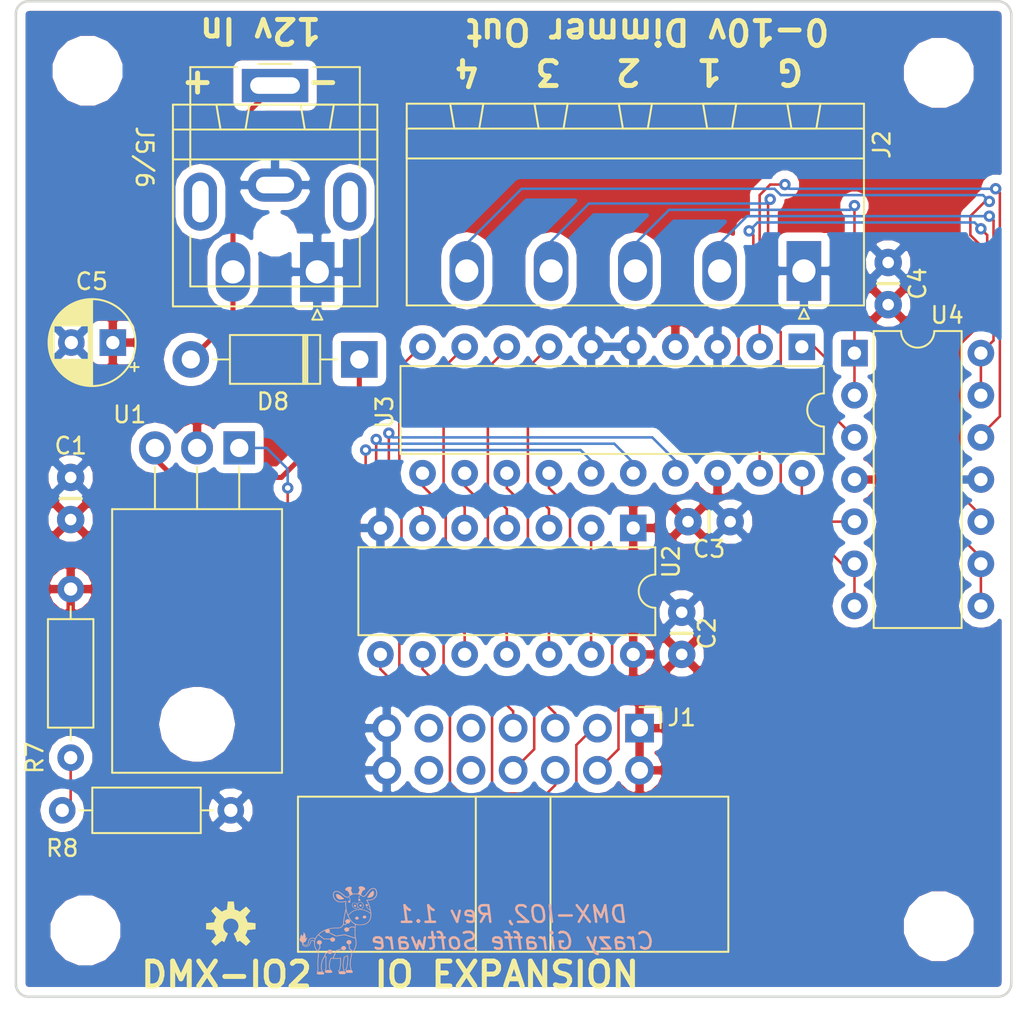
<source format=kicad_pcb>
(kicad_pcb (version 20171130) (host pcbnew "(5.0.0)")
  (title_block (title "DMX Demonstrator - Analog IO Module (DMX-IO2)") (date 2023-02-19) (rev 1.1) (company "Crazy Giraffe Software") (comment 2 "Designed by: SparkyBobo") (comment 3 https://creativecommons.org/licenses/by-sa/4.0/) (comment 4 "Released under the Creative Commons Attribution Share-Alike 4.0m License"))
  (layers (0 F.Cu signal) (31 B.Cu signal) (34 B.Paste user) (35 F.Paste user) (36 B.SilkS user) (37 F.SilkS user) (38 B.Mask user) (39 F.Mask user) (44 Edge.Cuts user))
  (net 0 "")
  (net 1 GND)
  (net 2 "Net-(R7-Pad1)")
  (net 3 +5V)
  (net 4 +10V)
  (net 5 /A1)
  (net 6 /A0)
  (net 7 /~WR)
  (net 8 "Net-(D8-Pad1)")
  (net 9 "Net-(D8-Pad2)")
  (net 10 /AO1)
  (net 11 /AO0)
  (net 12 /AO3)
  (net 13 /AO2)
  (net 14 "Net-(J2-Pad2)")
  (net 15 "Net-(J2-Pad3)")
  (net 16 "Net-(J2-Pad4)")
  (net 17 "Net-(J2-Pad5)")
  (net 18 "Net-(J1-Pad9)")
  (net 19 "Net-(J1-Pad10)")
  (net 20 "Net-(J1-Pad11)")
  (net 21 "Net-(J1-Pad12)")
  (net 22 /D3)
  (net 23 /D2)
  (net 24 /D1)
  (net 25 /D0)
  (net 26 /D7)
  (net 27 /D6)
  (net 28 /D5)
  (net 29 /D4)
  (net 30 /SR-CLK)
  (net 31 /SR-OUT)
  (net 32 /~SR_CLR)
  (module MountingHole:MountingHole_3.2mm_M3 (layer F.Cu) (at 170.053 64.897)
    (fp_text reference MH2 hide)
    (fp_text value MountingHole)
    (pad 1 np_thru_hole circle (at 0 0) (size 3.2 3.2) (drill 3.2) (layers *.Cu *.Mask))
  )
  (module MountingHole:MountingHole_3.2mm_M3 (layer F.Cu) (at 118.618 116.586)
    (fp_text reference MH3 hide)
    (fp_text value MountingHole)
    (pad 1 np_thru_hole circle (at 0 0) (size 3.2 3.2) (drill 3.2) (layers *.Cu *.Mask))
  )
  (module MountingHole:MountingHole_3.2mm_M3 (layer F.Cu) (at 170.053 116.332)
    (fp_text reference MH4 hide)
    (fp_text value MountingHole)
    (pad 1 np_thru_hole circle (at 0 0) (size 3.2 3.2) (drill 3.2) (layers *.Cu *.Mask))
  )
  (module MountingHole:MountingHole_3.2mm_M3 (layer F.Cu) (at 118.745 64.77)
    (fp_text reference MH1 hide)
    (fp_text value MountingHole)
    (pad 1 np_thru_hole circle (at 0 0) (size 3.2 3.2) (drill 3.2) (layers *.Cu *.Mask))
  )
  (module Connector_IDC:IDC-Header_2x07_P2.54mm_Horizontal (layer F.Cu) (at 152.019 104.394 270)
    (fp_text reference J1 (at -0.635 -2.54) (layer F.SilkS))
    (fp_text value "IO EXTENSION")
    (pad 1 thru_hole rect (at 0 0 270) (size 1.7272 1.7272) (drill 1.016) (layers *.Cu *.Mask) (net 3 +5V))
    (pad 2 thru_hole oval (at 2.54 0 270) (size 1.7272 1.7272) (drill 1.016) (layers *.Cu *.Mask) (net 3 +5V))
    (pad 3 thru_hole oval (at 0 2.54 270) (size 1.7272 1.7272) (drill 1.016) (layers *.Cu *.Mask) (net 7 /~WR))
    (pad 4 thru_hole oval (at 2.54 2.54 270) (size 1.7272 1.7272) (drill 1.016) (layers *.Cu *.Mask) (net 31 /SR-OUT))
    (pad 5 thru_hole oval (at 0 5.08 270) (size 1.7272 1.7272) (drill 1.016) (layers *.Cu *.Mask) (net 6 /A0))
    (pad 6 thru_hole oval (at 2.54 5.08 270) (size 1.7272 1.7272) (drill 1.016) (layers *.Cu *.Mask) (net 30 /SR-CLK))
    (pad 7 thru_hole oval (at 0 7.62 270) (size 1.7272 1.7272) (drill 1.016) (layers *.Cu *.Mask) (net 5 /A1))
    (pad 8 thru_hole oval (at 2.54 7.62 270) (size 1.7272 1.7272) (drill 1.016) (layers *.Cu *.Mask) (net 32 /~SR_CLR))
    (pad 9 thru_hole oval (at 0 10.16 270) (size 1.7272 1.7272) (drill 1.016) (layers *.Cu *.Mask) (net 18 "Net-(J1-Pad9)"))
    (pad 10 thru_hole oval (at 2.54 10.16 270) (size 1.7272 1.7272) (drill 1.016) (layers *.Cu *.Mask) (net 19 "Net-(J1-Pad10)"))
    (pad 11 thru_hole oval (at 0 12.7 270) (size 1.7272 1.7272) (drill 1.016) (layers *.Cu *.Mask) (net 20 "Net-(J1-Pad11)"))
    (pad 12 thru_hole oval (at 2.54 12.7 270) (size 1.7272 1.7272) (drill 1.016) (layers *.Cu *.Mask) (net 21 "Net-(J1-Pad12)"))
    (pad 13 thru_hole oval (at 0 15.24 270) (size 1.7272 1.7272) (drill 1.016) (layers *.Cu *.Mask) (net 1 GND))
    (pad 14 thru_hole oval (at 2.54 15.24 270) (size 1.7272 1.7272) (drill 1.016) (layers *.Cu *.Mask) (net 1 GND))
  )
  (module Connector_Phoenix_MSTB:PhoenixContact_MSTBA_2,5_5-G-5,08_1x05_P5.08mm_Horizontal (layer F.Cu) (at 161.925 76.835 180)
    (fp_text reference J2 (at -4.699 7.62 -90) (layer F.SilkS))
    (fp_text value DIMMER_B)
    (pad 1 thru_hole rect (at 0 0 180) (size 2.08 3.6) (drill 1.4) (layers *.Cu *.Mask) (net 1 GND))
    (pad 2 thru_hole oval (at 5.08 0 180) (size 2.08 3.6) (drill 1.4) (layers *.Cu *.Mask) (net 14 "Net-(J2-Pad2)"))
    (pad 3 thru_hole oval (at 10.16 0 180) (size 2.08 3.6) (drill 1.4) (layers *.Cu *.Mask) (net 15 "Net-(J2-Pad3)"))
    (pad 4 thru_hole oval (at 15.24 0 180) (size 2.08 3.6) (drill 1.4) (layers *.Cu *.Mask) (net 16 "Net-(J2-Pad4)"))
    (pad 5 thru_hole oval (at 20.32 0 180) (size 2.08 3.6) (drill 1.4) (layers *.Cu *.Mask) (net 17 "Net-(J2-Pad5)"))
  )
  (module Package_DIP:DIP-20_W7.62mm (layer F.Cu) (at 161.798 81.407 270)
    (fp_text reference U3 (at 3.937 25.146 270) (layer F.SilkS))
    (fp_text value TLC7226A)
    (pad 1 thru_hole rect (at 0 0 270) (size 1.6 1.6) (drill 0.8) (layers *.Cu *.Mask) (net 10 /AO1))
    (pad 11 thru_hole oval (at 7.62 22.86 270) (size 1.6 1.6) (drill 0.8) (layers *.Cu *.Mask) (net 22 /D3))
    (pad 2 thru_hole oval (at 0 2.54 270) (size 1.6 1.6) (drill 0.8) (layers *.Cu *.Mask) (net 11 /AO0))
    (pad 12 thru_hole oval (at 7.62 20.32 270) (size 1.6 1.6) (drill 0.8) (layers *.Cu *.Mask) (net 23 /D2))
    (pad 3 thru_hole oval (at 0 5.08 270) (size 1.6 1.6) (drill 0.8) (layers *.Cu *.Mask) (net 1 GND))
    (pad 13 thru_hole oval (at 7.62 17.78 270) (size 1.6 1.6) (drill 0.8) (layers *.Cu *.Mask) (net 24 /D1))
    (pad 4 thru_hole oval (at 0 7.62 270) (size 1.6 1.6) (drill 0.8) (layers *.Cu *.Mask) (net 4 +10V))
    (pad 14 thru_hole oval (at 7.62 15.24 270) (size 1.6 1.6) (drill 0.8) (layers *.Cu *.Mask) (net 25 /D0))
    (pad 5 thru_hole oval (at 0 10.16 270) (size 1.6 1.6) (drill 0.8) (layers *.Cu *.Mask) (net 1 GND))
    (pad 15 thru_hole oval (at 7.62 12.7 270) (size 1.6 1.6) (drill 0.8) (layers *.Cu *.Mask) (net 7 /~WR))
    (pad 6 thru_hole oval (at 0 12.7 270) (size 1.6 1.6) (drill 0.8) (layers *.Cu *.Mask) (net 1 GND))
    (pad 16 thru_hole oval (at 7.62 10.16 270) (size 1.6 1.6) (drill 0.8) (layers *.Cu *.Mask) (net 5 /A1))
    (pad 7 thru_hole oval (at 0 15.24 270) (size 1.6 1.6) (drill 0.8) (layers *.Cu *.Mask) (net 26 /D7))
    (pad 17 thru_hole oval (at 7.62 7.62 270) (size 1.6 1.6) (drill 0.8) (layers *.Cu *.Mask) (net 6 /A0))
    (pad 8 thru_hole oval (at 0 17.78 270) (size 1.6 1.6) (drill 0.8) (layers *.Cu *.Mask) (net 27 /D6))
    (pad 18 thru_hole oval (at 7.62 5.08 270) (size 1.6 1.6) (drill 0.8) (layers *.Cu *.Mask) (net 3 +5V))
    (pad 9 thru_hole oval (at 0 20.32 270) (size 1.6 1.6) (drill 0.8) (layers *.Cu *.Mask) (net 28 /D5))
    (pad 19 thru_hole oval (at 7.62 2.54 270) (size 1.6 1.6) (drill 0.8) (layers *.Cu *.Mask) (net 12 /AO3))
    (pad 10 thru_hole oval (at 0 22.86 270) (size 1.6 1.6) (drill 0.8) (layers *.Cu *.Mask) (net 29 /D4))
    (pad 20 thru_hole oval (at 7.62 0 270) (size 1.6 1.6) (drill 0.8) (layers *.Cu *.Mask) (net 13 /AO2))
  )
  (module Capacitors:CAP-PTH-2.54 (layer F.Cu) (at 167.005 77.597 90)
    (fp_text reference C4 (at 0 1.778 90) (layer F.SilkS))
    (fp_text value .01uF hide)
    (pad 1 thru_hole circle (at -1.27 0 90) (size 1.651 1.651) (drill 0.6985) (layers *.Cu *.Mask) (net 4 +10V))
    (pad 2 thru_hole circle (at 1.27 0 90) (size 1.651 1.651) (drill 0.6985) (layers *.Cu *.Mask) (net 1 GND))
  )
  (module Package_DIP:DIP-14_W7.62mm (layer F.Cu) (at 164.973 81.788)
    (fp_text reference U4 (at 5.588 -2.286) (layer F.SilkS))
    (fp_text value LM324A)
    (pad 1 thru_hole rect (at 0 0) (size 1.6 1.6) (drill 0.8) (layers *.Cu *.Mask) (net 15 "Net-(J2-Pad3)"))
    (pad 8 thru_hole oval (at 7.62 15.24) (size 1.6 1.6) (drill 0.8) (layers *.Cu *.Mask) (net 17 "Net-(J2-Pad5)"))
    (pad 2 thru_hole oval (at 0 2.54) (size 1.6 1.6) (drill 0.8) (layers *.Cu *.Mask) (net 15 "Net-(J2-Pad3)"))
    (pad 9 thru_hole oval (at 7.62 12.7) (size 1.6 1.6) (drill 0.8) (layers *.Cu *.Mask) (net 17 "Net-(J2-Pad5)"))
    (pad 3 thru_hole oval (at 0 5.08) (size 1.6 1.6) (drill 0.8) (layers *.Cu *.Mask) (net 10 /AO1))
    (pad 10 thru_hole oval (at 7.62 10.16) (size 1.6 1.6) (drill 0.8) (layers *.Cu *.Mask) (net 12 /AO3))
    (pad 4 thru_hole oval (at 0 7.62) (size 1.6 1.6) (drill 0.8) (layers *.Cu *.Mask) (net 4 +10V))
    (pad 11 thru_hole oval (at 7.62 7.62) (size 1.6 1.6) (drill 0.8) (layers *.Cu *.Mask) (net 1 GND))
    (pad 5 thru_hole oval (at 0 10.16) (size 1.6 1.6) (drill 0.8) (layers *.Cu *.Mask) (net 13 /AO2))
    (pad 12 thru_hole oval (at 7.62 5.08) (size 1.6 1.6) (drill 0.8) (layers *.Cu *.Mask) (net 11 /AO0))
    (pad 6 thru_hole oval (at 0 12.7) (size 1.6 1.6) (drill 0.8) (layers *.Cu *.Mask) (net 16 "Net-(J2-Pad4)"))
    (pad 13 thru_hole oval (at 7.62 2.54) (size 1.6 1.6) (drill 0.8) (layers *.Cu *.Mask) (net 14 "Net-(J2-Pad2)"))
    (pad 7 thru_hole oval (at 0 15.24) (size 1.6 1.6) (drill 0.8) (layers *.Cu *.Mask) (net 16 "Net-(J2-Pad4)"))
    (pad 14 thru_hole oval (at 7.62 0) (size 1.6 1.6) (drill 0.8) (layers *.Cu *.Mask) (net 14 "Net-(J2-Pad2)"))
  )
  (module Package_TO_SOT_THT:TO-220-3_Horizontal_TabDown (layer F.Cu) (at 127.889 87.503 180)
    (fp_text reference U1 (at 6.604 2.009 180) (layer F.SilkS))
    (fp_text value LM317T)
    (pad "" np_thru_hole oval (at 2.54 -16.66 180) (size 3.5 3.5) (drill 3.5) (layers *.Cu *.Mask))
    (pad 1 thru_hole rect (at 0 0 180) (size 1.905 2) (drill 1.1) (layers *.Cu *.Mask) (net 2 "Net-(R7-Pad1)"))
    (pad 2 thru_hole oval (at 2.54 0 180) (size 1.905 2) (drill 1.1) (layers *.Cu *.Mask) (net 4 +10V))
    (pad 3 thru_hole oval (at 5.08 0 180) (size 1.905 2) (drill 1.1) (layers *.Cu *.Mask) (net 8 "Net-(D8-Pad1)"))
  )
  (module Diode_THT:D_DO-41_SOD81_P10.16mm_Horizontal (layer F.Cu) (at 135.128 82.169 180)
    (fp_text reference D8 (at 5.207 -2.54 180) (layer F.SilkS))
    (fp_text value 1N5819)
    (pad 2 thru_hole oval (at 10.16 0 180) (size 2.2 2.2) (drill 1.1) (layers *.Cu *.Mask) (net 9 "Net-(D8-Pad2)"))
    (pad 1 thru_hole rect (at 0 0 180) (size 2.2 2.2) (drill 1.1) (layers *.Cu *.Mask) (net 8 "Net-(D8-Pad1)"))
  )
  (module Resistor_THT:R_Axial_DIN0207_L6.3mm_D2.5mm_P10.16mm_Horizontal (layer F.Cu) (at 127.381 109.347 180)
    (fp_text reference R8 (at 10.16 -2.286 180) (layer F.SilkS))
    (fp_text value 2.7k)
    (pad 1 thru_hole circle (at 0 0 180) (size 1.6 1.6) (drill 0.8) (layers *.Cu *.Mask) (net 1 GND))
    (pad 2 thru_hole oval (at 10.16 0 180) (size 1.6 1.6) (drill 0.8) (layers *.Cu *.Mask) (net 2 "Net-(R7-Pad1)"))
  )
  (module Capacitors:CAP-PTH-2.54 (layer F.Cu) (at 154.559 98.679 90)
    (fp_text reference C2 (at 0 1.524 90) (layer F.SilkS))
    (fp_text value .01uF hide)
    (pad 2 thru_hole circle (at 1.27 0 90) (size 1.651 1.651) (drill 0.6985) (layers *.Cu *.Mask) (net 1 GND))
    (pad 1 thru_hole circle (at -1.27 0 90) (size 1.651 1.651) (drill 0.6985) (layers *.Cu *.Mask) (net 3 +5V))
  )
  (module Package_DIP:DIP-14_W7.62mm (layer F.Cu) (at 151.638 92.329 270)
    (fp_text reference U2 (at 2.032 -2.286 270) (layer F.SilkS))
    (fp_text value 74LS164)
    (pad 1 thru_hole rect (at 0 0 270) (size 1.6 1.6) (drill 0.8) (layers *.Cu *.Mask) (net 3 +5V))
    (pad 8 thru_hole oval (at 7.62 15.24 270) (size 1.6 1.6) (drill 0.8) (layers *.Cu *.Mask) (net 30 /SR-CLK))
    (pad 2 thru_hole oval (at 0 2.54 270) (size 1.6 1.6) (drill 0.8) (layers *.Cu *.Mask) (net 31 /SR-OUT))
    (pad 9 thru_hole oval (at 7.62 12.7 270) (size 1.6 1.6) (drill 0.8) (layers *.Cu *.Mask) (net 32 /~SR_CLR))
    (pad 3 thru_hole oval (at 0 5.08 270) (size 1.6 1.6) (drill 0.8) (layers *.Cu *.Mask) (net 26 /D7))
    (pad 10 thru_hole oval (at 7.62 10.16 270) (size 1.6 1.6) (drill 0.8) (layers *.Cu *.Mask) (net 22 /D3))
    (pad 4 thru_hole oval (at 0 7.62 270) (size 1.6 1.6) (drill 0.8) (layers *.Cu *.Mask) (net 27 /D6))
    (pad 11 thru_hole oval (at 7.62 7.62 270) (size 1.6 1.6) (drill 0.8) (layers *.Cu *.Mask) (net 23 /D2))
    (pad 5 thru_hole oval (at 0 10.16 270) (size 1.6 1.6) (drill 0.8) (layers *.Cu *.Mask) (net 28 /D5))
    (pad 12 thru_hole oval (at 7.62 5.08 270) (size 1.6 1.6) (drill 0.8) (layers *.Cu *.Mask) (net 24 /D1))
    (pad 6 thru_hole oval (at 0 12.7 270) (size 1.6 1.6) (drill 0.8) (layers *.Cu *.Mask) (net 29 /D4))
    (pad 13 thru_hole oval (at 7.62 2.54 270) (size 1.6 1.6) (drill 0.8) (layers *.Cu *.Mask) (net 25 /D0))
    (pad 7 thru_hole oval (at 0 15.24 270) (size 1.6 1.6) (drill 0.8) (layers *.Cu *.Mask) (net 1 GND))
    (pad 14 thru_hole oval (at 7.62 0 270) (size 1.6 1.6) (drill 0.8) (layers *.Cu *.Mask) (net 3 +5V))
  )
  (module Resistor_THT:R_Axial_DIN0207_L6.3mm_D2.5mm_P10.16mm_Horizontal (layer F.Cu) (at 117.729 106.172 90)
    (fp_text reference R7 (at 0 -2.159 90) (layer F.SilkS))
    (fp_text value 390)
    (pad 2 thru_hole oval (at 10.16 0 90) (size 1.6 1.6) (drill 0.8) (layers *.Cu *.Mask) (net 4 +10V))
    (pad 1 thru_hole circle (at 0 0 90) (size 1.6 1.6) (drill 0.8) (layers *.Cu *.Mask) (net 2 "Net-(R7-Pad1)"))
  )
  (module Connector_BarrelJack:BarrelJack_CUI_PJ-063AH_Horizontal (layer F.Cu) (at 130.048 65.659)
    (fp_text reference J5 hide)
    (fp_text value 12V_A)
    (pad "" np_thru_hole circle (at 0 9) (size 1.6 1.6) (drill 1.6) (layers *.Cu *.Mask))
    (pad MP thru_hole oval (at 4.5 7) (size 2 3.5) (drill oval 1 2.5) (layers *.Cu *.Mask))
    (pad MP thru_hole oval (at -4.5 7) (size 2 3.5) (drill oval 1 2.5) (layers *.Cu *.Mask))
    (pad 2 thru_hole oval (at 0 6) (size 3.3 2) (drill oval 2.3 1) (layers *.Cu *.Mask) (net 1 GND))
    (pad 1 thru_hole rect (at 0 0) (size 4 2) (drill oval 3 1) (layers *.Cu *.Mask) (net 9 "Net-(D8-Pad2)"))
  )
  (module Capacitors:CAP-PTH-2.54 (layer F.Cu) (at 117.729 90.551 90)
    (fp_text reference C1 (at 3.175 0 180) (layer F.SilkS))
    (fp_text value .01uF hide)
    (pad 1 thru_hole circle (at -1.27 0 90) (size 1.651 1.651) (drill 0.6985) (layers *.Cu *.Mask) (net 4 +10V))
    (pad 2 thru_hole circle (at 1.27 0 90) (size 1.651 1.651) (drill 0.6985) (layers *.Cu *.Mask) (net 1 GND))
  )
  (module Capacitors:CAP-PTH-2.54 (layer F.Cu) (at 156.21 91.948)
    (fp_text reference C3 (at 0 1.651) (layer F.SilkS))
    (fp_text value .01uF hide)
    (pad 1 thru_hole circle (at -1.27 0) (size 1.651 1.651) (drill 0.6985) (layers *.Cu *.Mask) (net 3 +5V))
    (pad 2 thru_hole circle (at 1.27 0) (size 1.651 1.651) (drill 0.6985) (layers *.Cu *.Mask) (net 1 GND))
  )
  (module Connector_Phoenix_MSTB:PhoenixContact_MSTBA_2,5_2-G-5,08_1x02_P5.08mm_Horizontal (layer F.Cu) (at 132.592968 76.89119 180)
    (fp_text reference J6 hide)
    (fp_text value 12V_B)
    (pad 2 thru_hole oval (at 5.08 0 180) (size 2.08 3.6) (drill 1.4) (layers *.Cu *.Mask) (net 9 "Net-(D8-Pad2)"))
    (pad 1 thru_hole rect (at 0 0 180) (size 2.08 3.6) (drill 1.4) (layers *.Cu *.Mask) (net 1 GND))
  )
  (module Capacitor_THT:CP_Radial_D5.0mm_P2.50mm (layer F.Cu) (at 120.269 81.153 180)
    (fp_text reference C5 (at 1.27 3.683 180) (layer F.SilkS))
    (fp_text value 10uF)
    (pad 1 thru_hole rect (at 0 0 180) (size 1.6 1.6) (drill 0.8) (layers *.Cu *.Mask) (net 4 +10V))
    (pad 2 thru_hole circle (at 2.5 0 180) (size 1.6 1.6) (drill 0.8) (layers *.Cu *.Mask) (net 1 GND))
  )
  (module footprints:OSHW-LOGO-S (layer F.Cu) (at 127.381 116.332)
    (fp_text reference "" (at 0 0) (layer F.SilkS) (effects (font (size 1.524 1.524))))
    (fp_text value "" (at 0 0) (layer F.SilkS) (effects (font (size 1.524 1.524))))
  )
  (module footprints:logo_cr_5x5 (layer B.Cu) (at 133.858 116.586 180)
    (fp_text reference G*** hide)
    (fp_text value LOGO hide)
  )
  (gr_arc (start 173.609 119.761) (end 173.609 120.579) (angle -90) (layer Edge.Cuts) (width 0.15))
  (gr_arc (start 115.189 119.817) (end 114.427 119.817) (angle -90) (layer Edge.Cuts) (width 0.15))
  (gr_arc (start 115.189 61.341) (end 115.189 60.579) (angle -90) (layer Edge.Cuts) (width 0.15))
  (gr_arc (start 173.609 61.397) (end 174.427 61.397) (angle -90) (layer Edge.Cuts) (width 0.15))
  (gr_text "IO EXPANSION" (at 144.018 119.253) (layer F.SilkS) (effects (font (size 1.5 1.5) (thickness 0.3))))
  (gr_line (start 115.189 120.579) (end 173.609 120.579) (layer Edge.Cuts) (width 0.15))
  (gr_text J5/6 (at 122.174 69.977 270) (layer F.SilkS) (effects (font (size 1 1))))
  (gr_line (start 114.427 119.888) (end 114.427 61.341) (layer Edge.Cuts) (width 0.15))
  (gr_line (start 174.427 61.397) (end 174.427 119.761) (layer Edge.Cuts) (width 0.15))
  (gr_line (start 115.189 60.579) (end 173.609 60.579) (layer Edge.Cuts) (width 0.15))
  (gr_text "DMX-IO2, Rev 1.1\nCrazy Giraffe Software\n\n" (at 144.399 117.221) (layer B.SilkS) (effects (font (size 1 1) (thickness 0.15) italic) (justify mirror)))
  (gr_text DMX-IO2 (at 127.127 119.253) (layer F.SilkS) (effects (font (size 1.5 1.5) (thickness 0.3))))
  (gr_text "-     +" (at 129.163968 65.58819 180) (layer F.SilkS) (effects (font (size 1.5 1.5) (thickness 0.3))))
  (gr_text "  G   1   2   3   4\n0-10v Dimmer Out" (at 152.527 63.627 180) (layer F.SilkS) (effects (font (size 1.5 1.5) (thickness 0.3))))
  (gr_text "12v In" (at 129.159 62.357 180) (layer F.SilkS) (effects (font (size 1.5 1.5) (thickness 0.3))))
  (via (at 130.81 89.916) (size 0.6858) (drill 0.3302) (layers F.Cu B.Cu) (net 2))
  (segment (start 117.729 108.839) (end 117.221 109.347) (width 0.1524) (layer F.Cu) (net 2))
  (segment (start 117.729 106.172) (end 117.729 107.569) (width 0.1524) (layer F.Cu) (net 2))
  (segment (start 117.729 107.569) (end 117.729 108.839) (width 0.1524) (layer F.Cu) (net 2))
  (segment (start 118.872 107.569) (end 117.729 107.569) (width 0.1524) (layer F.Cu) (net 2))
  (segment (start 130.429 107.569) (end 118.872 107.569) (width 0.1524) (layer F.Cu) (net 2))
  (segment (start 130.81 89.916) (end 130.81 107.188) (width 0.1524) (layer F.Cu) (net 2))
  (segment (start 130.81 107.188) (end 130.429 107.569) (width 0.1524) (layer F.Cu) (net 2))
  (segment (start 130.81 88.773) (end 130.81 89.916) (width 0.1524) (layer B.Cu) (net 2))
  (segment (start 127.889 87.503) (end 129.54 87.503) (width 0.1524) (layer B.Cu) (net 2))
  (segment (start 129.54 87.503) (end 130.81 88.773) (width 0.1524) (layer B.Cu) (net 2))
  (segment (start 135.128 91.186) (end 136.144 90.17) (width 0.1524) (layer F.Cu) (net 5))
  (segment (start 135.128 96.266) (end 135.128 91.186) (width 0.1524) (layer F.Cu) (net 5))
  (segment (start 144.399 103.378) (end 143.129 102.108) (width 0.1524) (layer F.Cu) (net 5))
  (segment (start 144.399 104.394) (end 144.399 103.378) (width 0.1524) (layer F.Cu) (net 5))
  (segment (start 136.144 90.17) (end 136.144 87.249) (width 0.1524) (layer F.Cu) (net 5))
  (segment (start 143.129 102.108) (end 138.811 102.108) (width 0.1524) (layer F.Cu) (net 5))
  (segment (start 138.811 102.108) (end 137.541 100.838) (width 0.1524) (layer F.Cu) (net 5))
  (segment (start 137.541 100.838) (end 137.541 98.679) (width 0.1524) (layer F.Cu) (net 5))
  (segment (start 137.541 98.679) (end 135.128 96.266) (width 0.1524) (layer F.Cu) (net 5))
  (via (at 136.144 86.995) (size 0.6858) (drill 0.3302) (layers F.Cu B.Cu) (net 5))
  (segment (start 136.144 87.249) (end 136.144 86.995) (width 0.1524) (layer F.Cu) (net 5))
  (segment (start 151.638 88.392) (end 151.638 89.027) (width 0.1524) (layer B.Cu) (net 5))
  (segment (start 150.495 87.249) (end 151.638 88.392) (width 0.1524) (layer B.Cu) (net 5))
  (segment (start 136.144 86.995) (end 136.398 87.249) (width 0.1524) (layer B.Cu) (net 5))
  (segment (start 136.398 87.249) (end 150.495 87.249) (width 0.1524) (layer B.Cu) (net 5))
  (segment (start 136.906 90.424) (end 136.906 88.519) (width 0.1524) (layer F.Cu) (net 6))
  (segment (start 137.668 91.186) (end 136.906 90.424) (width 0.1524) (layer F.Cu) (net 6))
  (segment (start 137.668 96.139) (end 137.668 91.186) (width 0.1524) (layer F.Cu) (net 6))
  (segment (start 146.939 103.505) (end 144.78 101.346) (width 0.1524) (layer F.Cu) (net 6))
  (segment (start 146.939 104.394) (end 146.939 103.505) (width 0.1524) (layer F.Cu) (net 6))
  (segment (start 144.78 101.346) (end 140.716 101.346) (width 0.1524) (layer F.Cu) (net 6))
  (segment (start 140.716 101.346) (end 140.208 100.838) (width 0.1524) (layer F.Cu) (net 6))
  (segment (start 140.208 100.838) (end 140.208 98.679) (width 0.1524) (layer F.Cu) (net 6))
  (segment (start 140.208 98.679) (end 137.668 96.139) (width 0.1524) (layer F.Cu) (net 6))
  (via (at 136.906 86.614) (size 0.6858) (drill 0.3302) (layers F.Cu B.Cu) (net 6))
  (segment (start 136.906 88.519) (end 136.906 86.614) (width 0.1524) (layer F.Cu) (net 6))
  (segment (start 154.178 88.265) (end 154.178 89.027) (width 0.1524) (layer B.Cu) (net 6))
  (segment (start 152.781 86.868) (end 154.178 88.265) (width 0.1524) (layer B.Cu) (net 6))
  (segment (start 136.906 86.614) (end 137.16 86.868) (width 0.1524) (layer B.Cu) (net 6))
  (segment (start 137.16 86.868) (end 152.781 86.868) (width 0.1524) (layer B.Cu) (net 6))
  (segment (start 149.098 89.027) (end 149.098 88.265) (width 0.1524) (layer B.Cu) (net 7))
  (segment (start 149.098 88.265) (end 148.463 87.63) (width 0.1524) (layer B.Cu) (net 7))
  (segment (start 148.463 87.63) (end 136.652 87.63) (width 0.1524) (layer B.Cu) (net 7))
  (segment (start 136.652 87.63) (end 135.509 87.63) (width 0.1524) (layer B.Cu) (net 7))
  (via (at 135.509 87.63) (size 0.6858) (drill 0.3302) (layers F.Cu B.Cu) (net 7))
  (segment (start 148.209 105.41) (end 148.209 107.823) (width 0.1524) (layer F.Cu) (net 7))
  (segment (start 135.509 90.297) (end 135.509 87.376) (width 0.1524) (layer F.Cu) (net 7))
  (segment (start 149.479 104.394) (end 149.225 104.394) (width 0.1524) (layer F.Cu) (net 7))
  (segment (start 140.589 107.696) (end 140.589 103.505) (width 0.1524) (layer F.Cu) (net 7))
  (segment (start 149.225 104.394) (end 148.209 105.41) (width 0.1524) (layer F.Cu) (net 7))
  (segment (start 140.589 103.505) (end 139.954 102.87) (width 0.1524) (layer F.Cu) (net 7))
  (segment (start 134.747 91.059) (end 135.509 90.297) (width 0.1524) (layer F.Cu) (net 7))
  (segment (start 139.954 102.87) (end 136.144 102.87) (width 0.1524) (layer F.Cu) (net 7))
  (segment (start 134.747 101.473) (end 134.747 91.059) (width 0.1524) (layer F.Cu) (net 7))
  (segment (start 136.144 102.87) (end 134.747 101.473) (width 0.1524) (layer F.Cu) (net 7))
  (segment (start 148.209 107.823) (end 147.32 108.712) (width 0.1524) (layer F.Cu) (net 7))
  (segment (start 141.605 108.712) (end 140.589 107.696) (width 0.1524) (layer F.Cu) (net 7))
  (segment (start 147.32 108.712) (end 141.605 108.712) (width 0.1524) (layer F.Cu) (net 7))
  (segment (start 122.809 87.503) (end 122.809 88.138) (width 0.3048) (layer F.Cu) (net 8))
  (segment (start 122.809 88.138) (end 123.952 89.281) (width 0.3048) (layer F.Cu) (net 8))
  (segment (start 123.952 89.281) (end 130.429 89.281) (width 0.3048) (layer F.Cu) (net 8))
  (segment (start 135.128 84.582) (end 135.128 82.169) (width 0.3048) (layer F.Cu) (net 8))
  (segment (start 130.429 89.281) (end 135.128 84.582) (width 0.3048) (layer F.Cu) (net 8))
  (segment (start 127.512968 79.624032) (end 124.968 82.169) (width 0.3048) (layer F.Cu) (net 9))
  (segment (start 127.512968 76.89119) (end 127.512968 79.624032) (width 0.3048) (layer F.Cu) (net 9))
  (segment (start 127.512968 68.194032) (end 130.048 65.659) (width 0.3048) (layer F.Cu) (net 9))
  (segment (start 127.512968 76.89119) (end 127.512968 68.194032) (width 0.3048) (layer F.Cu) (net 9))
  (segment (start 163.322 85.217) (end 164.973 86.868) (width 0.1524) (layer F.Cu) (net 10))
  (segment (start 163.322 82.169) (end 163.322 85.217) (width 0.1524) (layer F.Cu) (net 10))
  (segment (start 161.798 81.407) (end 162.56 81.407) (width 0.1524) (layer F.Cu) (net 10))
  (segment (start 162.56 81.407) (end 163.322 82.169) (width 0.1524) (layer F.Cu) (net 10))
  (segment (start 172.593 86.868) (end 172.593 86.741) (width 0.1524) (layer F.Cu) (net 11))
  (segment (start 172.593 86.741) (end 173.736 85.598) (width 0.1524) (layer F.Cu) (net 11))
  (segment (start 173.736 85.598) (end 173.736 73.152) (width 0.1524) (layer F.Cu) (net 11))
  (segment (start 173.736 73.152) (end 173.736 72.136) (width 0.1524) (layer F.Cu) (net 11))
  (via (at 173.482 71.882) (size 0.6858) (drill 0.3302) (layers F.Cu B.Cu) (net 11))
  (segment (start 173.736 72.136) (end 173.482 71.882) (width 0.1524) (layer F.Cu) (net 11))
  (segment (start 159.258 81.407) (end 159.258 75.438) (width 0.1524) (layer F.Cu) (net 11))
  (segment (start 159.258 75.438) (end 159.258 75.311) (width 0.1524) (layer F.Cu) (net 11))
  (via (at 160.782 71.628) (size 0.6858) (drill 0.3302) (layers F.Cu B.Cu) (net 11))
  (segment (start 161.036 71.882) (end 173.482 71.882) (width 0.1524) (layer B.Cu) (net 11))
  (segment (start 160.782 71.628) (end 161.036 71.882) (width 0.1524) (layer B.Cu) (net 11))
  (segment (start 159.893 71.628) (end 160.782 71.628) (width 0.1524) (layer F.Cu) (net 11))
  (segment (start 159.258 75.438) (end 159.258 72.263) (width 0.1524) (layer F.Cu) (net 11))
  (segment (start 159.258 72.263) (end 159.893 71.628) (width 0.1524) (layer F.Cu) (net 11))
  (segment (start 171.323 81.28) (end 172.974 79.629) (width 0.1524) (layer F.Cu) (net 12))
  (segment (start 171.323 90.297) (end 171.323 81.28) (width 0.1524) (layer F.Cu) (net 12))
  (segment (start 172.593 91.948) (end 172.593 91.567) (width 0.1524) (layer F.Cu) (net 12))
  (segment (start 172.593 91.567) (end 171.323 90.297) (width 0.1524) (layer F.Cu) (net 12))
  (via (at 172.593 74.295) (size 0.6858) (drill 0.3302) (layers F.Cu B.Cu) (net 12))
  (segment (start 172.974 74.676) (end 172.974 75.692) (width 0.1524) (layer F.Cu) (net 12))
  (segment (start 172.593 74.295) (end 172.974 74.676) (width 0.1524) (layer F.Cu) (net 12))
  (segment (start 172.974 79.629) (end 172.974 75.692) (width 0.1524) (layer F.Cu) (net 12))
  (segment (start 172.212 73.914) (end 172.593 74.295) (width 0.1524) (layer B.Cu) (net 12))
  (segment (start 159.131 73.914) (end 172.212 73.914) (width 0.1524) (layer B.Cu) (net 12))
  (segment (start 158.623 74.422) (end 159.131 73.914) (width 0.1524) (layer B.Cu) (net 12))
  (segment (start 159.258 83.693) (end 159.258 89.027) (width 0.1524) (layer F.Cu) (net 12))
  (segment (start 158.623 74.422) (end 158.877 74.676) (width 0.1524) (layer F.Cu) (net 12))
  (segment (start 158.877 74.676) (end 158.877 78.867) (width 0.1524) (layer F.Cu) (net 12))
  (segment (start 158.877 78.867) (end 157.988 79.756) (width 0.1524) (layer F.Cu) (net 12))
  (segment (start 157.988 79.756) (end 157.988 82.423) (width 0.1524) (layer F.Cu) (net 12))
  (segment (start 157.988 82.423) (end 159.258 83.693) (width 0.1524) (layer F.Cu) (net 12))
  (via (at 158.623 74.422) (size 0.6858) (drill 0.3302) (layers F.Cu B.Cu) (net 12))
  (segment (start 161.798 89.027) (end 161.798 90.424) (width 0.1524) (layer F.Cu) (net 13))
  (segment (start 163.322 91.948) (end 164.973 91.948) (width 0.1524) (layer F.Cu) (net 13))
  (segment (start 161.798 90.424) (end 163.322 91.948) (width 0.1524) (layer F.Cu) (net 13))
  (segment (start 172.593 84.328) (end 172.593 81.788) (width 0.1524) (layer F.Cu) (net 14))
  (segment (start 172.593 81.788) (end 173.355 81.026) (width 0.1524) (layer F.Cu) (net 14))
  (segment (start 173.355 81.026) (end 173.355 75.057) (width 0.1524) (layer F.Cu) (net 14))
  (via (at 173.101 73.533) (size 0.6858) (drill 0.3302) (layers F.Cu B.Cu) (net 14))
  (segment (start 173.355 75.057) (end 173.355 73.787) (width 0.1524) (layer F.Cu) (net 14))
  (segment (start 173.355 73.787) (end 173.101 73.533) (width 0.1524) (layer F.Cu) (net 14))
  (segment (start 156.845 75.184) (end 156.845 76.835) (width 0.1524) (layer B.Cu) (net 14))
  (segment (start 173.101 73.533) (end 158.496 73.533) (width 0.1524) (layer B.Cu) (net 14))
  (segment (start 158.496 73.533) (end 156.845 75.184) (width 0.1524) (layer B.Cu) (net 14))
  (segment (start 164.973 84.328) (end 164.973 81.788) (width 0.1524) (layer F.Cu) (net 15))
  (segment (start 164.973 81.788) (end 164.973 74.549) (width 0.1524) (layer F.Cu) (net 15))
  (via (at 164.973 72.898) (size 0.6858) (drill 0.3302) (layers F.Cu B.Cu) (net 15))
  (segment (start 164.973 74.549) (end 164.973 72.898) (width 0.1524) (layer F.Cu) (net 15))
  (segment (start 164.719 73.152) (end 164.973 72.898) (width 0.1524) (layer B.Cu) (net 15))
  (segment (start 153.797 73.152) (end 164.719 73.152) (width 0.1524) (layer B.Cu) (net 15))
  (segment (start 151.765 76.835) (end 151.765 75.184) (width 0.1524) (layer B.Cu) (net 15))
  (segment (start 151.765 75.184) (end 153.797 73.152) (width 0.1524) (layer B.Cu) (net 15))
  (segment (start 164.973 97.028) (end 164.973 94.488) (width 0.1524) (layer F.Cu) (net 16))
  (segment (start 164.211 94.488) (end 164.973 94.488) (width 0.1524) (layer F.Cu) (net 16))
  (segment (start 159.893 72.517) (end 159.766 72.644) (width 0.1524) (layer F.Cu) (net 16))
  (segment (start 159.766 72.644) (end 159.766 79.756) (width 0.1524) (layer F.Cu) (net 16))
  (segment (start 159.766 79.756) (end 160.528 80.518) (width 0.1524) (layer F.Cu) (net 16))
  (segment (start 160.528 80.518) (end 160.528 90.805) (width 0.1524) (layer F.Cu) (net 16))
  (segment (start 160.528 90.805) (end 164.211 94.488) (width 0.1524) (layer F.Cu) (net 16))
  (via (at 159.893 72.517) (size 0.6858) (drill 0.3302) (layers F.Cu B.Cu) (net 16))
  (segment (start 146.685 75.057) (end 146.685 76.835) (width 0.1524) (layer B.Cu) (net 16))
  (segment (start 148.971 72.771) (end 146.685 75.057) (width 0.1524) (layer B.Cu) (net 16))
  (segment (start 159.893 72.517) (end 159.639 72.771) (width 0.1524) (layer B.Cu) (net 16))
  (segment (start 159.639 72.771) (end 148.971 72.771) (width 0.1524) (layer B.Cu) (net 16))
  (segment (start 172.593 97.028) (end 172.593 94.488) (width 0.1524) (layer F.Cu) (net 17))
  (segment (start 141.605 75.184) (end 141.605 76.835) (width 0.1524) (layer B.Cu) (net 17))
  (segment (start 160.528 72.263) (end 160.147 71.882) (width 0.1524) (layer B.Cu) (net 17))
  (segment (start 173.101 72.644) (end 172.72 72.263) (width 0.1524) (layer B.Cu) (net 17))
  (segment (start 144.907 71.882) (end 141.605 75.184) (width 0.1524) (layer B.Cu) (net 17))
  (segment (start 160.147 71.882) (end 144.907 71.882) (width 0.1524) (layer B.Cu) (net 17))
  (segment (start 172.72 72.263) (end 160.528 72.263) (width 0.1524) (layer B.Cu) (net 17))
  (via (at 173.101 72.644) (size 0.6858) (drill 0.3302) (layers F.Cu B.Cu) (net 17))
  (segment (start 172.593 94.107) (end 172.593 94.488) (width 0.1524) (layer F.Cu) (net 17))
  (segment (start 170.942 92.456) (end 172.593 94.107) (width 0.1524) (layer F.Cu) (net 17))
  (segment (start 170.942 81.153) (end 170.942 92.456) (width 0.1524) (layer F.Cu) (net 17))
  (segment (start 172.847 72.644) (end 171.958 73.533) (width 0.1524) (layer F.Cu) (net 17))
  (segment (start 173.101 72.644) (end 172.847 72.644) (width 0.1524) (layer F.Cu) (net 17))
  (segment (start 171.958 73.533) (end 171.958 74.676) (width 0.1524) (layer F.Cu) (net 17))
  (segment (start 171.958 74.676) (end 172.593 75.311) (width 0.1524) (layer F.Cu) (net 17))
  (segment (start 172.593 75.311) (end 172.593 79.502) (width 0.1524) (layer F.Cu) (net 17))
  (segment (start 172.593 79.502) (end 170.942 81.153) (width 0.1524) (layer F.Cu) (net 17))
  (segment (start 138.938 89.789) (end 138.938 89.027) (width 0.1524) (layer F.Cu) (net 22))
  (segment (start 140.335 91.186) (end 138.938 89.789) (width 0.1524) (layer F.Cu) (net 22))
  (segment (start 140.335 97.536) (end 140.335 91.186) (width 0.1524) (layer F.Cu) (net 22))
  (segment (start 141.478 99.949) (end 141.478 98.679) (width 0.1524) (layer F.Cu) (net 22))
  (segment (start 141.478 98.679) (end 140.335 97.536) (width 0.1524) (layer F.Cu) (net 22))
  (segment (start 144.018 98.679) (end 144.018 99.949) (width 0.1524) (layer F.Cu) (net 23))
  (segment (start 142.875 97.536) (end 144.018 98.679) (width 0.1524) (layer F.Cu) (net 23))
  (segment (start 142.875 91.186) (end 142.875 97.536) (width 0.1524) (layer F.Cu) (net 23))
  (segment (start 141.478 89.027) (end 141.478 89.789) (width 0.1524) (layer F.Cu) (net 23))
  (segment (start 141.478 89.789) (end 142.875 91.186) (width 0.1524) (layer F.Cu) (net 23))
  (segment (start 146.558 98.552) (end 146.558 99.949) (width 0.1524) (layer F.Cu) (net 24))
  (segment (start 145.288 97.282) (end 146.558 98.552) (width 0.1524) (layer F.Cu) (net 24))
  (segment (start 145.288 91.186) (end 145.288 97.282) (width 0.1524) (layer F.Cu) (net 24))
  (segment (start 144.018 89.027) (end 144.018 89.916) (width 0.1524) (layer F.Cu) (net 24))
  (segment (start 144.018 89.916) (end 145.288 91.186) (width 0.1524) (layer F.Cu) (net 24))
  (segment (start 149.098 98.679) (end 149.098 99.949) (width 0.1524) (layer F.Cu) (net 25))
  (segment (start 147.828 97.409) (end 149.098 98.679) (width 0.1524) (layer F.Cu) (net 25))
  (segment (start 147.828 91.186) (end 147.828 97.409) (width 0.1524) (layer F.Cu) (net 25))
  (segment (start 146.558 89.027) (end 146.558 89.916) (width 0.1524) (layer F.Cu) (net 25))
  (segment (start 146.558 89.916) (end 147.828 91.186) (width 0.1524) (layer F.Cu) (net 25))
  (segment (start 146.558 92.329) (end 146.558 91.186) (width 0.1524) (layer F.Cu) (net 26))
  (segment (start 146.558 91.186) (end 145.288 89.916) (width 0.1524) (layer F.Cu) (net 26))
  (segment (start 145.288 82.677) (end 146.558 81.407) (width 0.1524) (layer F.Cu) (net 26))
  (segment (start 145.288 89.916) (end 145.288 82.677) (width 0.1524) (layer F.Cu) (net 26))
  (segment (start 144.018 81.534) (end 144.018 81.407) (width 0.1524) (layer F.Cu) (net 27))
  (segment (start 142.875 82.677) (end 144.018 81.534) (width 0.1524) (layer F.Cu) (net 27))
  (segment (start 142.875 90.043) (end 142.875 82.677) (width 0.1524) (layer F.Cu) (net 27))
  (segment (start 144.018 92.329) (end 144.018 91.186) (width 0.1524) (layer F.Cu) (net 27))
  (segment (start 144.018 91.186) (end 142.875 90.043) (width 0.1524) (layer F.Cu) (net 27))
  (segment (start 141.478 92.329) (end 141.478 91.059) (width 0.1524) (layer F.Cu) (net 28))
  (segment (start 141.478 91.059) (end 140.208 89.789) (width 0.1524) (layer F.Cu) (net 28))
  (segment (start 140.208 82.677) (end 141.478 81.407) (width 0.1524) (layer F.Cu) (net 28))
  (segment (start 140.208 89.789) (end 140.208 82.677) (width 0.1524) (layer F.Cu) (net 28))
  (segment (start 138.811 81.407) (end 138.938 81.407) (width 0.1524) (layer F.Cu) (net 29))
  (segment (start 137.541 82.677) (end 138.811 81.407) (width 0.1524) (layer F.Cu) (net 29))
  (segment (start 137.541 89.789) (end 137.541 82.677) (width 0.1524) (layer F.Cu) (net 29))
  (segment (start 138.938 92.329) (end 138.938 91.186) (width 0.1524) (layer F.Cu) (net 29))
  (segment (start 138.938 91.186) (end 137.541 89.789) (width 0.1524) (layer F.Cu) (net 29))
  (segment (start 142.24 102.489) (end 138.049 102.489) (width 0.1524) (layer F.Cu) (net 30))
  (segment (start 136.398 100.838) (end 136.398 99.949) (width 0.1524) (layer F.Cu) (net 30))
  (segment (start 146.939 107.823) (end 146.431 108.331) (width 0.1524) (layer F.Cu) (net 30))
  (segment (start 138.049 102.489) (end 136.398 100.838) (width 0.1524) (layer F.Cu) (net 30))
  (segment (start 146.939 106.934) (end 146.939 107.823) (width 0.1524) (layer F.Cu) (net 30))
  (segment (start 146.431 108.331) (end 143.637 108.331) (width 0.1524) (layer F.Cu) (net 30))
  (segment (start 143.637 108.331) (end 143.129 107.823) (width 0.1524) (layer F.Cu) (net 30))
  (segment (start 143.129 107.823) (end 143.129 103.378) (width 0.1524) (layer F.Cu) (net 30))
  (segment (start 143.129 103.378) (end 142.24 102.489) (width 0.1524) (layer F.Cu) (net 30))
  (segment (start 150.749 105.664) (end 149.479 106.934) (width 0.1524) (layer F.Cu) (net 31))
  (segment (start 150.749 101.346) (end 150.749 105.664) (width 0.1524) (layer F.Cu) (net 31))
  (segment (start 150.368 100.965) (end 150.749 101.346) (width 0.1524) (layer F.Cu) (net 31))
  (segment (start 150.368 98.679) (end 150.368 100.965) (width 0.1524) (layer F.Cu) (net 31))
  (segment (start 149.098 92.329) (end 149.098 97.409) (width 0.1524) (layer F.Cu) (net 31))
  (segment (start 149.098 97.409) (end 150.368 98.679) (width 0.1524) (layer F.Cu) (net 31))
  (segment (start 145.669 105.664) (end 144.399 106.934) (width 0.1524) (layer F.Cu) (net 32))
  (segment (start 145.669 103.378) (end 145.669 105.664) (width 0.1524) (layer F.Cu) (net 32))
  (segment (start 144.018 101.727) (end 145.669 103.378) (width 0.1524) (layer F.Cu) (net 32))
  (segment (start 139.827 101.727) (end 144.018 101.727) (width 0.1524) (layer F.Cu) (net 32))
  (segment (start 138.938 99.949) (end 138.938 100.838) (width 0.1524) (layer F.Cu) (net 32))
  (segment (start 138.938 100.838) (end 139.827 101.727) (width 0.1524) (layer F.Cu) (net 32))
  (zone (net 1) (net_name GND) (layer B.Cu) (connect_pads (clearance 0.508)) (min_thickness 0.254) (fill yes (arc_segments 16) (thermal_gap 0.508) (thermal_bridge_width 0.508))
    (polygon (pts (xy 114.554 61.087) (xy 114.935 60.706) (xy 173.863 60.706) (xy 174.244 61.087) (xy 174.244 120.142) (xy 173.863 120.396) (xy 114.935 120.396) (xy 114.554 120.015)))
  )
  (zone (net 3) (net_name +5V) (layer F.Cu) (connect_pads (clearance 0.508)) (min_thickness 0.254) (fill yes (arc_segments 16) (thermal_gap 0.508) (thermal_bridge_width 0.508))
    (polygon (pts (xy 131.445 88.138) (xy 157.734 88.138) (xy 157.734 120.396) (xy 131.445 120.396)))
  )
  (zone (net 4) (net_name +10V) (layer F.Cu) (connect_pads (clearance 0.508)) (min_thickness 0.254) (fill yes (arc_segments 16) (thermal_gap 0.508) (thermal_bridge_width 0.508))
    (polygon (pts (xy 114.554 61.087) (xy 114.935 60.706) (xy 173.863 60.706) (xy 174.244 61.087) (xy 174.244 120.142) (xy 173.863 120.396) (xy 158.242 120.396) (xy 158.242 87.63) (xy 130.937 87.63) (xy 130.937 120.396) (xy 114.935 120.396) (xy 114.554 120.015)))
  )
  (zone (net 0) (net_name "") (layer F.Cu) (connect_pads (clearance 0.508)) (min_thickness 0.254)
    (keepout (tracks not_allowed) (vias not_allowed) (copperpour not_allowed))
    (fill (arc_segments 16) (thermal_gap 0.508) (thermal_bridge_width 0.508))
    (polygon (pts (xy 136.525 80.772) (xy 137.922 80.772) (xy 137.922 82.042) (xy 136.525 82.042)))
  )
  (zone (net 0) (net_name "") (layer F.Cu) (connect_pads (clearance 0.508)) (min_thickness 0.254)
    (keepout (tracks not_allowed) (vias not_allowed) (copperpour not_allowed))
    (fill (arc_segments 16) (thermal_gap 0.508) (thermal_bridge_width 0.508))
    (polygon (pts (xy 152.273 82.423) (xy 156.083 82.423) (xy 156.083 82.804) (xy 152.273 82.804)))
  )
  (zone (net 0) (net_name "") (layer F.Cu) (connect_pads (clearance 0.508)) (min_thickness 0.254)
    (keepout (tracks not_allowed) (vias not_allowed) (copperpour not_allowed))
    (fill (arc_segments 16) (thermal_gap 0.508) (thermal_bridge_width 0.508))
    (polygon (pts (xy 163.957 87.376) (xy 163.957 91.567) (xy 163.195 91.567) (xy 163.195 87.376)))
  )
  (zone (net 0) (net_name "") (layer F.Cu) (connect_pads (clearance 0.508)) (min_thickness 0.254)
    (keepout (tracks not_allowed) (vias not_allowed) (copperpour not_allowed))
    (fill (arc_segments 16) (thermal_gap 0.508) (thermal_bridge_width 0.508))
    (polygon (pts (xy 163.195 74.549) (xy 164.465 74.549) (xy 164.465 79.121) (xy 163.195 79.121)))
  )
)
</source>
